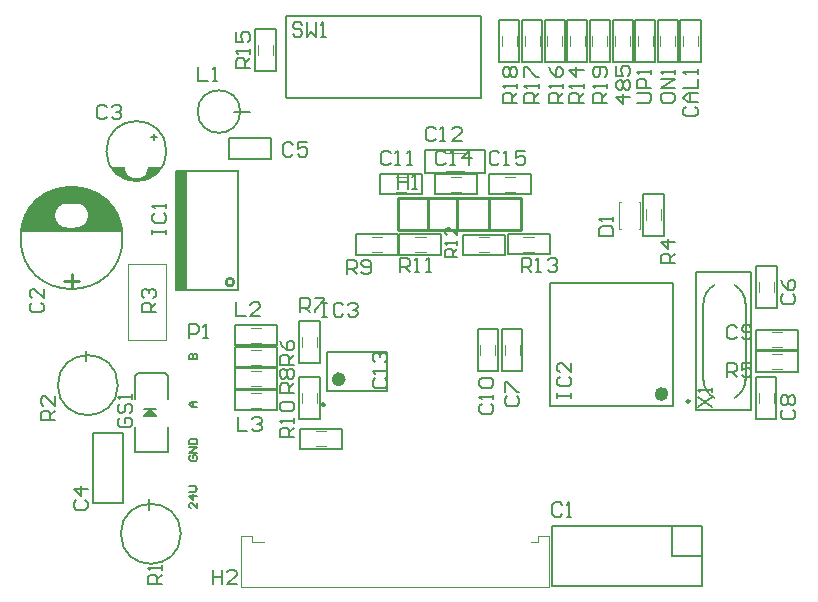
<source format=gto>
G04*
G04 #@! TF.GenerationSoftware,Altium Limited,Altium Designer,18.1.6 (161)*
G04*
G04 Layer_Color=65535*
%FSTAX24Y24*%
%MOIN*%
G70*
G01*
G75*
%ADD10C,0.0236*%
%ADD11C,0.0098*%
%ADD12C,0.0100*%
%ADD13C,0.0070*%
%ADD14C,0.0050*%
%ADD15C,0.0040*%
%ADD16C,0.0079*%
%ADD17C,0.0039*%
%ADD18C,0.0059*%
%ADD19C,0.0063*%
%ADD20R,0.0360X0.3990*%
G36*
X029338Y030988D02*
X028988Y031338D01*
Y031617D01*
X028989Y031634D01*
X028995Y031667D01*
X029008Y031698D01*
X029027Y031725D01*
X029038Y031738D01*
Y031738D01*
X029103Y031802D01*
X029111Y03181D01*
X029131Y031824D01*
X029153Y031833D01*
X029176Y031837D01*
X029188Y031838D01*
D01*
X029238Y031888D01*
X02925Y031899D01*
X029278Y031918D01*
X029309Y03193D01*
X029342Y031937D01*
X029359Y031938D01*
D01*
X029867D01*
X029884Y031937D01*
X029917Y03193D01*
X029948Y031918D01*
X029975Y031899D01*
X029988Y031888D01*
X029988Y031888D01*
X030103Y031773D01*
X03011Y031764D01*
X030124Y031745D01*
X030133Y031723D01*
X030137Y0317D01*
X030138Y031688D01*
X030149Y031675D01*
X030168Y031648D01*
X030181Y031617D01*
X030187Y031584D01*
X030188Y031567D01*
D01*
Y031429D01*
X030186Y031396D01*
X030173Y03133D01*
X030148Y031268D01*
X03011Y031213D01*
X030088Y031188D01*
Y031188D01*
X029973Y031073D01*
X029964Y031065D01*
X029945Y031052D01*
X029923Y031043D01*
X0299Y031038D01*
X029888Y031038D01*
D01*
Y030988D01*
X031288D01*
X031088Y031538D01*
X030788Y031938D01*
X030388Y032238D01*
X029788Y032438D01*
X029388D01*
X028888Y032288D01*
X028438Y031988D01*
X028138Y031638D01*
X027938Y031188D01*
X027888Y030988D01*
X029338D01*
D02*
G37*
G36*
X03259Y0331D02*
X03213D01*
X03211Y03298D01*
X03207Y03288D01*
X03202Y03281D01*
X03194Y03276D01*
X03185Y03273D01*
X03175Y03272D01*
X03165Y03273D01*
X03158Y03276D01*
X03151Y03281D01*
X03144Y03287D01*
X0314Y03293D01*
X03137Y03303D01*
Y0331D01*
X0309D01*
X03097Y03302D01*
X03106Y0329D01*
X03116Y03282D01*
X03131Y03273D01*
X03156Y03266D01*
X03184Y03264D01*
X03215Y03271D01*
X03235Y03283D01*
X03254Y033D01*
X03259Y0331D01*
D02*
G37*
D10*
X049372Y025537D02*
G03*
X049372Y025537I-000118J0D01*
G01*
X038609Y026025D02*
G03*
X038609Y026025I-000118J0D01*
G01*
D11*
X050189Y025291D02*
G03*
X050189Y025291I-000049J0D01*
G01*
X038026Y025179D02*
G03*
X038026Y025179I-000049J0D01*
G01*
D12*
X034995Y029267D02*
G03*
X034995Y029267I-00013J0D01*
G01*
X029438Y031938D02*
G03*
X028988Y031488I0J-00045D01*
G01*
X030188Y031438D02*
G03*
X029788Y031938I-00045J00005D01*
G01*
X029688Y031038D02*
G03*
X030188Y031438I00005J00045D01*
G01*
X028988Y031488D02*
G03*
X029438Y031038I00045J0D01*
G01*
X027938Y030988D02*
X031238D01*
X029338D02*
Y031038D01*
X029438Y031938D02*
X029788D01*
X029288Y031038D02*
X029788D01*
X029338Y029318D02*
X029838D01*
X029588Y029088D02*
Y029538D01*
X0435Y031019D02*
Y032069D01*
X04244Y031019D02*
Y032069D01*
X041477Y031019D02*
Y032069D01*
X040464Y031019D02*
Y032069D01*
Y031019D02*
X044564D01*
Y032069D01*
X040464D02*
X044564D01*
D13*
X03275Y033634D02*
G03*
X03275Y033634I-001J0D01*
G01*
X031288Y030738D02*
G03*
X031288Y030738I-0017J0D01*
G01*
X03113Y025831D02*
G03*
X03113Y025831I-001J0D01*
G01*
X03323Y020876D02*
G03*
X03323Y020876I-001J0D01*
G01*
X035209Y03495D02*
G03*
X035209Y03495I-000709J0D01*
G01*
X035145Y029228D02*
Y032988D01*
X035135Y032978D02*
X035145Y032988D01*
X033085Y032978D02*
X035135D01*
X033085Y028988D02*
Y032978D01*
Y028988D02*
X035135D01*
X035145Y028998D01*
Y029228D01*
X033315Y032968D02*
X033455Y032978D01*
X03225Y0341D02*
X03245D01*
X03235Y034D02*
Y0342D01*
X03008Y026631D02*
Y026981D01*
X03218Y021676D02*
Y022026D01*
X035Y03495D02*
X03555D01*
D14*
X051025Y02917D02*
G03*
X05065Y02855I000325J-00062D01*
G01*
X05205D02*
G03*
X051675Y02917I-0007J0D01*
G01*
X05065Y02602D02*
G03*
X051025Y0254I0007J0D01*
G01*
X051675D02*
G03*
X05205Y02602I-000325J00062D01*
G01*
X039074Y030184D02*
X040474D01*
Y030854D01*
X039074D02*
X040474D01*
X039074Y030184D02*
Y030854D01*
X040517Y030184D02*
X041917D01*
Y030854D01*
X040517D02*
X041917D01*
X040517Y030184D02*
Y030854D01*
X042632Y030174D02*
X044032D01*
Y030844D01*
X042632D02*
X044032D01*
X042632Y030174D02*
Y030844D01*
X044123Y030865D02*
X045523D01*
X044123Y030195D02*
Y030865D01*
Y030195D02*
X045523D01*
Y030865D01*
X0372Y02371D02*
Y02438D01*
X0386D01*
Y02371D02*
Y02438D01*
X0372Y02371D02*
X0386D01*
X037186Y024715D02*
Y026115D01*
Y024715D02*
X037856D01*
Y026115D01*
X037186D02*
X037856D01*
X035047Y025668D02*
X036447D01*
X035047Y024998D02*
Y025668D01*
Y024998D02*
X036447D01*
Y025668D01*
X035047Y026388D02*
X036447D01*
X035047Y025718D02*
Y026388D01*
Y025718D02*
X036447D01*
Y026388D01*
X035047Y027109D02*
X036447D01*
X035047Y026439D02*
Y027109D01*
Y026439D02*
X036447D01*
Y027109D01*
X03485Y033375D02*
X03485Y034075D01*
X03625Y033375D02*
Y034075D01*
X03485Y033375D02*
X03625Y033375D01*
X03485Y034075D02*
X03625D01*
X0303Y0219D02*
Y02425D01*
X0313D01*
Y0219D02*
Y02425D01*
X0303Y0219D02*
X0313D01*
X043942Y02629D02*
X044612D01*
X043942D02*
Y02769D01*
X044612D01*
Y02629D02*
Y02769D01*
X043121Y02629D02*
X043791D01*
X043121D02*
Y02769D01*
X043791D01*
Y02629D02*
Y02769D01*
X052403Y026285D02*
X053803D01*
Y026955D01*
X052403D02*
X053803D01*
X052403Y026285D02*
Y026955D01*
X05241Y0261D02*
X05308D01*
Y0247D02*
Y0261D01*
X05241Y0247D02*
X05308D01*
X05241D02*
Y0261D01*
X053803Y027014D02*
Y027684D01*
X052403Y027014D02*
X053803D01*
X052403D02*
Y027684D01*
X053803D01*
X05242Y028402D02*
X05309D01*
X05242D02*
Y029802D01*
X05309D01*
Y028402D02*
Y029802D01*
X052054Y026D02*
Y028554D01*
X05065Y026D02*
Y02855D01*
X0504Y025D02*
X05225Y025D01*
Y0296D01*
X0504Y0296D02*
X05225Y0296D01*
X0504Y025D02*
Y0296D01*
X049321Y030819D02*
Y032219D01*
X048651D02*
X049321D01*
X048651Y030819D02*
Y032219D01*
Y030819D02*
X049321D01*
X050556Y036597D02*
Y037997D01*
X049886D02*
X050556D01*
X049886Y036597D02*
Y037997D01*
Y036597D02*
X050556D01*
X049801D02*
Y037997D01*
X049131D02*
X049801D01*
X049131Y036597D02*
Y037997D01*
Y036597D02*
X049801D01*
X049046D02*
Y037997D01*
X048376D02*
X049046D01*
X048376Y036597D02*
Y037997D01*
Y036597D02*
X049046D01*
X047536D02*
Y037997D01*
X046866D02*
X047536D01*
X046866Y036597D02*
Y037997D01*
Y036597D02*
X047536D01*
X046111Y036597D02*
Y037997D01*
Y036597D02*
X046781D01*
Y037997D01*
X046111D02*
X046781D01*
X045356Y036597D02*
Y037997D01*
Y036597D02*
X046026D01*
Y037997D01*
X045356D02*
X046026D01*
X044601Y036597D02*
Y037997D01*
Y036597D02*
X045272D01*
Y037997D01*
X044601D02*
X045272D01*
X043847Y036597D02*
Y037997D01*
Y036597D02*
X044517D01*
Y037997D01*
X043847D02*
X044517D01*
X03639Y0363D02*
Y0377D01*
X03572D02*
X03639D01*
X03572Y0363D02*
Y0377D01*
Y0363D02*
X03639D01*
X048291Y036597D02*
Y037997D01*
X047621D02*
X048291D01*
X047621Y036597D02*
Y037997D01*
Y036597D02*
X048291D01*
X041377Y032902D02*
Y033672D01*
X043357D01*
Y032902D02*
Y033672D01*
X041377Y032902D02*
X043357D01*
X04127Y032201D02*
Y032871D01*
X03987Y032201D02*
X04127D01*
X03987D02*
Y032871D01*
X04127D01*
X044892Y032201D02*
Y032871D01*
X043492Y032201D02*
X044892D01*
X043492D02*
Y032871D01*
X044892D01*
X043106Y032201D02*
Y032871D01*
X041706Y032201D02*
X043106D01*
X041706D02*
Y032871D01*
X043106D01*
X037186Y02657D02*
Y02797D01*
Y02657D02*
X037856D01*
Y02797D01*
X037186D02*
X037856D01*
X035047Y027829D02*
X036447D01*
X035047Y027159D02*
Y027829D01*
Y027159D02*
X036447D01*
Y027829D01*
D15*
X039604Y030774D02*
X039944D01*
X039604Y030274D02*
X039944D01*
X041047Y030774D02*
X041387D01*
X041047Y030274D02*
X041387D01*
X043162Y030764D02*
X043502D01*
X043162Y030264D02*
X043502D01*
X044653Y030275D02*
X044993D01*
X044653Y030775D02*
X044993D01*
X03773Y0238D02*
X03807D01*
X03773Y0243D02*
X03807D01*
X037776Y025245D02*
Y025585D01*
X037276Y025245D02*
Y025585D01*
X035577Y025078D02*
X035917D01*
X035577Y025578D02*
X035917D01*
X035577Y025798D02*
X035917D01*
X035577Y026298D02*
X035917D01*
X035577Y026519D02*
X035917D01*
X035577Y027019D02*
X035917D01*
X044522Y02682D02*
Y02716D01*
X044022Y02682D02*
Y02716D01*
X043701Y02682D02*
Y02716D01*
X043201Y02682D02*
Y02716D01*
X052933Y026875D02*
X053273D01*
X052933Y026375D02*
X053273D01*
X0525Y02523D02*
Y02557D01*
X053Y02523D02*
Y02557D01*
X052933Y027594D02*
X053273D01*
X052933Y027094D02*
X053273D01*
X053Y028932D02*
Y029272D01*
X0525Y028932D02*
Y029272D01*
X048731Y031349D02*
Y031689D01*
X049231Y031349D02*
Y031689D01*
X048495Y031021D02*
X048545D01*
Y031921D01*
X048495D02*
X048545D01*
X047845Y031021D02*
X047895D01*
X047845D02*
Y031921D01*
X047895D01*
X049966Y037127D02*
Y037467D01*
X050466Y037127D02*
Y037467D01*
X049211Y037127D02*
Y037467D01*
X049711Y037127D02*
Y037467D01*
X048456Y037127D02*
Y037467D01*
X048956Y037127D02*
Y037467D01*
X046946Y037127D02*
Y037467D01*
X047446Y037127D02*
Y037467D01*
X046701Y037127D02*
Y037467D01*
X046201Y037127D02*
Y037467D01*
X045946Y037127D02*
Y037467D01*
X045446Y037127D02*
Y037467D01*
X045191Y037127D02*
Y037467D01*
X044692Y037127D02*
Y037467D01*
X044437Y037127D02*
Y037467D01*
X043937Y037127D02*
Y037467D01*
X0358Y03683D02*
Y03717D01*
X0363Y03683D02*
Y03717D01*
X047701Y037127D02*
Y037467D01*
X048201Y037127D02*
Y037467D01*
X042057Y032982D02*
X042677D01*
X042057Y033582D02*
X042677D01*
X0404Y032781D02*
X04074D01*
X0404Y032281D02*
X04074D01*
X044022Y032781D02*
X044362D01*
X044022Y032281D02*
X044362D01*
X042236Y032781D02*
X042576D01*
X042236Y032281D02*
X042576D01*
X037776Y0271D02*
Y02744D01*
X037276Y0271D02*
Y02744D01*
X035577Y027239D02*
X035917D01*
X035577Y027739D02*
X035917D01*
D16*
X045553Y029238D02*
X049647D01*
X045553Y025144D02*
X049647D01*
X045553D02*
Y029238D01*
X049647Y025144D02*
Y029238D01*
X032003Y025051D02*
X032397D01*
X032082Y024854D02*
X032318D01*
X032003Y024815D02*
X032397D01*
X0322Y025012D02*
X032397Y024815D01*
X032141Y024913D02*
X032259D01*
X032003Y024815D02*
X0322Y025012D01*
X0328Y025372D02*
Y02615D01*
X0317Y025372D02*
Y02615D01*
Y0236D02*
Y024428D01*
X0328Y0236D02*
Y024428D01*
X0318Y02625D02*
X0327D01*
X0317Y02615D02*
X0318Y02625D01*
X0327D02*
X0328Y02615D01*
X0317Y0236D02*
X0328D01*
X036754Y0354D02*
X04325D01*
Y038117D01*
X03675Y035433D02*
Y03815D01*
X043246D01*
X040105Y025632D02*
Y026951D01*
X038097Y025632D02*
Y026951D01*
X040105D01*
X038097Y025632D02*
X040105D01*
X0496Y02015D02*
Y02115D01*
Y02015D02*
X0506D01*
Y01915D02*
Y02115D01*
X0486Y01915D02*
X0506D01*
X0456D02*
X0486D01*
X0456D02*
Y02115D01*
X0506D01*
D17*
X03147Y02986D02*
X03273D01*
X03147Y02734D02*
Y02986D01*
Y02734D02*
X03273D01*
Y02986D01*
X0449Y0206D02*
X04515D01*
Y020797D02*
X0455D01*
Y0191D02*
Y020797D01*
X03525Y0191D02*
X0455D01*
X04515Y0206D02*
Y020797D01*
X0356Y020608D02*
Y020805D01*
X03525Y019108D02*
Y020805D01*
X0356D01*
Y020608D02*
X036D01*
D18*
X03351Y026699D02*
X033785D01*
Y026837D01*
X033739Y026883D01*
X033693D01*
X033647Y026837D01*
Y026699D01*
Y026837D01*
X033601Y026883D01*
X033555D01*
X03351Y026837D01*
Y026699D01*
X033785Y025099D02*
X033601D01*
X03351Y025191D01*
X033601Y025283D01*
X033785D01*
X033647D01*
Y025099D01*
X033555Y023493D02*
X03351Y023447D01*
Y023355D01*
X033555Y023309D01*
X033739D01*
X033785Y023355D01*
Y023447D01*
X033739Y023493D01*
X033647D01*
Y023401D01*
X033785Y023585D02*
X03351D01*
X033785Y023768D01*
X03351D01*
Y02386D02*
X033785D01*
Y023998D01*
X033739Y024044D01*
X033555D01*
X03351Y023998D01*
Y02386D01*
X033785Y021918D02*
Y021734D01*
X033601Y021918D01*
X033555D01*
X03351Y021872D01*
Y02178D01*
X033555Y021734D01*
X033785Y022148D02*
X03351D01*
X033647Y02201D01*
Y022193D01*
X03351Y022285D02*
X033693D01*
X033785Y022377D01*
X033693Y022469D01*
X03351D01*
D19*
X045935Y021844D02*
X045856Y021922D01*
X045699D01*
X04562Y021844D01*
Y021529D01*
X045699Y02145D01*
X045856D01*
X045935Y021529D01*
X046092Y02145D02*
X04625D01*
X046171D01*
Y021922D01*
X046092Y021844D01*
X050467Y025117D02*
X050939Y025432D01*
X050467D02*
X050939Y025117D01*
Y02559D02*
Y025747D01*
Y025668D01*
X050467D01*
X050546Y02559D01*
X048438Y03525D02*
X048831D01*
X04891Y035329D01*
Y035486D01*
X048831Y035565D01*
X048438D01*
X04891Y035722D02*
X048438D01*
Y035958D01*
X048516Y036037D01*
X048674D01*
X048752Y035958D01*
Y035722D01*
X04891Y036195D02*
Y036352D01*
Y036273D01*
X048438D01*
X048516Y036195D01*
X037268Y037844D02*
X03719Y037922D01*
X037032D01*
X036954Y037844D01*
Y037765D01*
X037032Y037686D01*
X03719D01*
X037268Y037607D01*
Y037529D01*
X03719Y03745D01*
X037032D01*
X036954Y037529D01*
X037426Y037922D02*
Y03745D01*
X037583Y037607D01*
X037741Y03745D01*
Y037922D01*
X037898Y03745D02*
X038056D01*
X037977D01*
Y037922D01*
X037898Y037844D01*
X04744Y03525D02*
X046968D01*
Y035486D01*
X047046Y035565D01*
X047204D01*
X047282Y035486D01*
Y03525D01*
Y035407D02*
X04744Y035565D01*
Y035722D02*
Y03588D01*
Y035801D01*
X046968D01*
X047046Y035722D01*
X047361Y036116D02*
X04744Y036195D01*
Y036352D01*
X047361Y036431D01*
X047046D01*
X046968Y036352D01*
Y036195D01*
X047046Y036116D01*
X047125D01*
X047204Y036195D01*
Y036431D01*
X044436Y03525D02*
X043964D01*
Y035486D01*
X044042Y035565D01*
X0442D01*
X044279Y035486D01*
Y03525D01*
Y035407D02*
X044436Y035565D01*
Y035722D02*
Y03588D01*
Y035801D01*
X043964D01*
X044042Y035722D01*
Y036116D02*
X043964Y036195D01*
Y036352D01*
X044042Y036431D01*
X044121D01*
X0442Y036352D01*
X044279Y036431D01*
X044357D01*
X044436Y036352D01*
Y036195D01*
X044357Y036116D01*
X044279D01*
X0442Y036195D01*
X044121Y036116D01*
X044042D01*
X0442Y036195D02*
Y036352D01*
X045159Y03525D02*
X044686D01*
Y035486D01*
X044765Y035565D01*
X044923D01*
X045001Y035486D01*
Y03525D01*
Y035407D02*
X045159Y035565D01*
Y035722D02*
Y03588D01*
Y035801D01*
X044686D01*
X044765Y035722D01*
X044686Y036116D02*
Y036431D01*
X044765D01*
X04508Y036116D01*
X045159D01*
X045961Y03525D02*
X045489D01*
Y035486D01*
X045568Y035565D01*
X045725D01*
X045804Y035486D01*
Y03525D01*
Y035407D02*
X045961Y035565D01*
Y035722D02*
Y03588D01*
Y035801D01*
X045489D01*
X045568Y035722D01*
X045489Y036431D02*
X045568Y036273D01*
X045725Y036116D01*
X045883D01*
X045961Y036195D01*
Y036352D01*
X045883Y036431D01*
X045804D01*
X045725Y036352D01*
Y036116D01*
X035541Y036406D02*
X035068D01*
Y036642D01*
X035147Y036721D01*
X035304D01*
X035383Y036642D01*
Y036406D01*
Y036563D02*
X035541Y036721D01*
Y036878D02*
Y037036D01*
Y036957D01*
X035068D01*
X035147Y036878D01*
X035068Y037587D02*
Y037272D01*
X035304D01*
X035226Y037429D01*
Y037508D01*
X035304Y037587D01*
X035462D01*
X035541Y037508D01*
Y03735D01*
X035462Y037272D01*
X046655Y03525D02*
X046183D01*
Y035486D01*
X046262Y035565D01*
X046419D01*
X046498Y035486D01*
Y03525D01*
Y035407D02*
X046655Y035565D01*
Y035722D02*
Y03588D01*
Y035801D01*
X046183D01*
X046262Y035722D01*
X046655Y036352D02*
X046183D01*
X046419Y036116D01*
Y036431D01*
X044601Y0296D02*
Y030072D01*
X044838D01*
X044916Y029994D01*
Y029836D01*
X044838Y029757D01*
X044601D01*
X044759D02*
X044916Y0296D01*
X045074D02*
X045231D01*
X045153D01*
Y030072D01*
X045074Y029994D01*
X045467D02*
X045546Y030072D01*
X045704D01*
X045782Y029994D01*
Y029915D01*
X045704Y029836D01*
X045625D01*
X045704D01*
X045782Y029757D01*
Y029679D01*
X045704Y0296D01*
X045546D01*
X045467Y029679D01*
X04244Y0301D02*
X042047D01*
Y030297D01*
X042112Y030362D01*
X042244D01*
X042309Y030297D01*
Y0301D01*
Y030231D02*
X04244Y030362D01*
Y030494D02*
Y030625D01*
Y030559D01*
X042047D01*
X042112Y030494D01*
X04244Y031084D02*
Y030822D01*
X042178Y031084D01*
X042112D01*
X042047Y031018D01*
Y030887D01*
X042112Y030822D01*
X04055Y0296D02*
Y030072D01*
X040786D01*
X040865Y029994D01*
Y029836D01*
X040786Y029757D01*
X04055D01*
X040707D02*
X040865Y0296D01*
X041022D02*
X04118D01*
X041101D01*
Y030072D01*
X041022Y029994D01*
X041416Y0296D02*
X041573D01*
X041495D01*
Y030072D01*
X041416Y029994D01*
X037Y0241D02*
X036528D01*
Y024336D01*
X036606Y024415D01*
X036764D01*
X036843Y024336D01*
Y0241D01*
Y024257D02*
X037Y024415D01*
Y024572D02*
Y02473D01*
Y024651D01*
X036528D01*
X036606Y024572D01*
Y024966D02*
X036528Y025045D01*
Y025202D01*
X036606Y025281D01*
X036921D01*
X037Y025202D01*
Y025045D01*
X036921Y024966D01*
X036606D01*
X038776Y029538D02*
Y03001D01*
X039012D01*
X03909Y029931D01*
Y029774D01*
X039012Y029695D01*
X038776D01*
X038933D02*
X03909Y029538D01*
X039248Y029617D02*
X039327Y029538D01*
X039484D01*
X039563Y029617D01*
Y029931D01*
X039484Y03001D01*
X039327D01*
X039248Y029931D01*
Y029853D01*
X039327Y029774D01*
X039563D01*
X037Y025578D02*
X036528D01*
Y025814D01*
X036606Y025893D01*
X036764D01*
X036843Y025814D01*
Y025578D01*
Y025735D02*
X037Y025893D01*
X036606Y02605D02*
X036528Y026129D01*
Y026286D01*
X036606Y026365D01*
X036685D01*
X036764Y026286D01*
X036843Y026365D01*
X036921D01*
X037Y026286D01*
Y026129D01*
X036921Y02605D01*
X036843D01*
X036764Y026129D01*
X036685Y02605D01*
X036606D01*
X036764Y026129D02*
Y026286D01*
X03722Y02826D02*
Y028732D01*
X037456D01*
X037535Y028654D01*
Y028496D01*
X037456Y028417D01*
X03722D01*
X037377D02*
X037535Y02826D01*
X037692Y028732D02*
X038007D01*
Y028654D01*
X037692Y028339D01*
Y02826D01*
X037Y026519D02*
X036528D01*
Y026755D01*
X036606Y026833D01*
X036764D01*
X036843Y026755D01*
Y026519D01*
Y026676D02*
X037Y026833D01*
X036528Y027306D02*
X036606Y027148D01*
X036764Y026991D01*
X036921D01*
X037Y02707D01*
Y027227D01*
X036921Y027306D01*
X036843D01*
X036764Y027227D01*
Y026991D01*
X05145Y0261D02*
Y026572D01*
X051686D01*
X051765Y026494D01*
Y026336D01*
X051686Y026257D01*
X05145D01*
X051607D02*
X051765Y0261D01*
X052237Y026572D02*
X051922D01*
Y026336D01*
X05208Y026415D01*
X052158D01*
X052237Y026336D01*
Y026179D01*
X052158Y0261D01*
X052001D01*
X051922Y026179D01*
X049694Y029904D02*
X049221D01*
Y03014D01*
X0493Y030219D01*
X049457D01*
X049536Y03014D01*
Y029904D01*
Y030062D02*
X049694Y030219D01*
Y030613D02*
X049221D01*
X049457Y030376D01*
Y030691D01*
X032397Y02826D02*
X031925D01*
Y028496D01*
X032003Y028575D01*
X032161D01*
X032239Y028496D01*
Y02826D01*
Y028417D02*
X032397Y028575D01*
X032003Y028732D02*
X031925Y028811D01*
Y028968D01*
X032003Y029047D01*
X032082D01*
X032161Y028968D01*
Y02889D01*
Y028968D01*
X032239Y029047D01*
X032318D01*
X032397Y028968D01*
Y028811D01*
X032318Y028732D01*
X029032Y02467D02*
X02856D01*
Y024906D01*
X028639Y024985D01*
X028796D01*
X028875Y024906D01*
Y02467D01*
Y024827D02*
X029032Y024985D01*
Y025457D02*
Y025142D01*
X028717Y025457D01*
X028639D01*
X02856Y025378D01*
Y025221D01*
X028639Y025142D01*
X0326Y0192D02*
X032128D01*
Y019436D01*
X032206Y019515D01*
X032364D01*
X032443Y019436D01*
Y0192D01*
Y019357D02*
X0326Y019515D01*
Y019672D02*
Y01983D01*
Y019751D01*
X032128D01*
X032206Y019672D01*
X03351Y02739D02*
Y027862D01*
X033746D01*
X033825Y027784D01*
Y027626D01*
X033746Y027547D01*
X03351D01*
X033982Y02739D02*
X03414D01*
X034061D01*
Y027862D01*
X033982Y027784D01*
X049226Y035486D02*
Y035329D01*
X049305Y03525D01*
X04962D01*
X049698Y035329D01*
Y035486D01*
X04962Y035565D01*
X049305D01*
X049226Y035486D01*
X049698Y035722D02*
X049226D01*
X049698Y036037D01*
X049226D01*
X049698Y036195D02*
Y036352D01*
Y036273D01*
X049226D01*
X049305Y036195D01*
X035135Y024772D02*
Y0243D01*
X03545D01*
X035607Y024694D02*
X035686Y024772D01*
X035843D01*
X035922Y024694D01*
Y024615D01*
X035843Y024536D01*
X035765D01*
X035843D01*
X035922Y024457D01*
Y024379D01*
X035843Y0243D01*
X035686D01*
X035607Y024379D01*
X03508Y028592D02*
Y02812D01*
X035395D01*
X035867D02*
X035552D01*
X035867Y028435D01*
Y028514D01*
X035788Y028592D01*
X035631D01*
X035552Y028514D01*
X03382Y036432D02*
Y03596D01*
X034135D01*
X034292D02*
X03445D01*
X034371D01*
Y036432D01*
X034292Y036354D01*
X03794Y028582D02*
X038097D01*
X038019D01*
Y02811D01*
X03794D01*
X038097D01*
X038648Y028504D02*
X03857Y028582D01*
X038412D01*
X038334Y028504D01*
Y028189D01*
X038412Y02811D01*
X03857D01*
X038648Y028189D01*
X038806Y028504D02*
X038885Y028582D01*
X039042D01*
X039121Y028504D01*
Y028425D01*
X039042Y028346D01*
X038963D01*
X039042D01*
X039121Y028267D01*
Y028189D01*
X039042Y02811D01*
X038885D01*
X038806Y028189D01*
X045778Y0254D02*
Y025557D01*
Y025479D01*
X04625D01*
Y0254D01*
Y025557D01*
X045856Y026108D02*
X045778Y02603D01*
Y025872D01*
X045856Y025794D01*
X046171D01*
X04625Y025872D01*
Y02603D01*
X046171Y026108D01*
X04625Y026581D02*
Y026266D01*
X045935Y026581D01*
X045856D01*
X045778Y026502D01*
Y026345D01*
X045856Y026266D01*
X032278Y030854D02*
Y031011D01*
Y030933D01*
X03275D01*
Y030854D01*
Y031011D01*
X032356Y031562D02*
X032278Y031484D01*
Y031326D01*
X032356Y031248D01*
X032671D01*
X03275Y031326D01*
Y031484D01*
X032671Y031562D01*
X03275Y03172D02*
Y031877D01*
Y031799D01*
X032278D01*
X032356Y03172D01*
X0343Y019672D02*
Y0192D01*
Y019436D01*
X034615D01*
Y019672D01*
Y0192D01*
X035087D02*
X034772D01*
X035087Y019515D01*
Y019594D01*
X035008Y019672D01*
X034851D01*
X034772Y019594D01*
X04048Y032852D02*
Y03238D01*
Y032616D01*
X040795D01*
Y032852D01*
Y03238D01*
X040952D02*
X04111D01*
X041031D01*
Y032852D01*
X040952Y032774D01*
X031206Y024742D02*
X031128Y024664D01*
Y024506D01*
X031206Y024428D01*
X031521D01*
X0316Y024506D01*
Y024664D01*
X031521Y024742D01*
X031364D01*
Y024585D01*
X031206Y025215D02*
X031128Y025136D01*
Y024979D01*
X031206Y0249D01*
X031285D01*
X031364Y024979D01*
Y025136D01*
X031443Y025215D01*
X031521D01*
X0316Y025136D01*
Y024979D01*
X031521Y0249D01*
X0316Y025372D02*
Y02553D01*
Y025451D01*
X031128D01*
X031206Y025372D01*
X047178Y030816D02*
X04765D01*
Y031052D01*
X047571Y031131D01*
X047256D01*
X047178Y031052D01*
Y030816D01*
X04765Y031288D02*
Y031446D01*
Y031367D01*
X047178D01*
X047256Y031288D01*
X050062Y035104D02*
X049983Y035026D01*
Y034868D01*
X050062Y034789D01*
X050377D01*
X050456Y034868D01*
Y035026D01*
X050377Y035104D01*
X050456Y035262D02*
X050141D01*
X049983Y035419D01*
X050141Y035577D01*
X050456D01*
X050219D01*
Y035262D01*
X049983Y035734D02*
X050456D01*
Y036049D01*
Y036206D02*
Y036364D01*
Y036285D01*
X049983D01*
X050062Y036206D01*
X043845Y033554D02*
X043766Y033632D01*
X043609D01*
X04353Y033554D01*
Y033239D01*
X043609Y03316D01*
X043766D01*
X043845Y033239D01*
X044002Y03316D02*
X04416D01*
X044081D01*
Y033632D01*
X044002Y033554D01*
X044711Y033632D02*
X044396D01*
Y033396D01*
X044553Y033475D01*
X044632D01*
X044711Y033396D01*
Y033239D01*
X044632Y03316D01*
X044475D01*
X044396Y033239D01*
X042055Y033554D02*
X041976Y033632D01*
X041819D01*
X04174Y033554D01*
Y033239D01*
X041819Y03316D01*
X041976D01*
X042055Y033239D01*
X042212Y03316D02*
X04237D01*
X042291D01*
Y033632D01*
X042212Y033554D01*
X042842Y03316D02*
Y033632D01*
X042606Y033396D01*
X042921D01*
X039712Y026053D02*
X039633Y025974D01*
Y025817D01*
X039712Y025738D01*
X040026D01*
X040105Y025817D01*
Y025974D01*
X040026Y026053D01*
X040105Y026211D02*
Y026368D01*
Y026289D01*
X039633D01*
X039712Y026211D01*
Y026604D02*
X039633Y026683D01*
Y02684D01*
X039712Y026919D01*
X03979D01*
X039869Y02684D01*
Y026762D01*
Y02684D01*
X039948Y026919D01*
X040026D01*
X040105Y02684D01*
Y026683D01*
X040026Y026604D01*
X041725Y034354D02*
X041646Y034432D01*
X041489D01*
X04141Y034354D01*
Y034039D01*
X041489Y03396D01*
X041646D01*
X041725Y034039D01*
X041882Y03396D02*
X04204D01*
X041961D01*
Y034432D01*
X041882Y034354D01*
X042591Y03396D02*
X042276D01*
X042591Y034275D01*
Y034354D01*
X042512Y034432D01*
X042355D01*
X042276Y034354D01*
X040225Y033554D02*
X040146Y033632D01*
X039989D01*
X03991Y033554D01*
Y033239D01*
X039989Y03316D01*
X040146D01*
X040225Y033239D01*
X040382Y03316D02*
X04054D01*
X040461D01*
Y033632D01*
X040382Y033554D01*
X040776Y03316D02*
X040933D01*
X040855D01*
Y033632D01*
X040776Y033554D01*
X043255Y025199D02*
X043176Y02512D01*
Y024963D01*
X043255Y024884D01*
X04357D01*
X043649Y024963D01*
Y02512D01*
X04357Y025199D01*
X043649Y025356D02*
Y025514D01*
Y025435D01*
X043176D01*
X043255Y025356D01*
Y02575D02*
X043176Y025828D01*
Y025986D01*
X043255Y026065D01*
X04357D01*
X043649Y025986D01*
Y025828D01*
X04357Y02575D01*
X043255D01*
X051765Y027751D02*
X051686Y02783D01*
X051529D01*
X05145Y027751D01*
Y027436D01*
X051529Y027357D01*
X051686D01*
X051765Y027436D01*
X051922D02*
X052001Y027357D01*
X052158D01*
X052237Y027436D01*
Y027751D01*
X052158Y02783D01*
X052001D01*
X051922Y027751D01*
Y027672D01*
X052001Y027594D01*
X052237D01*
X05332Y025015D02*
X053241Y024936D01*
Y024779D01*
X05332Y0247D01*
X053635D01*
X053713Y024779D01*
Y024936D01*
X053635Y025015D01*
X05332Y025172D02*
X053241Y025251D01*
Y025408D01*
X05332Y025487D01*
X053398D01*
X053477Y025408D01*
X053556Y025487D01*
X053635D01*
X053713Y025408D01*
Y025251D01*
X053635Y025172D01*
X053556D01*
X053477Y025251D01*
X053398Y025172D01*
X05332D01*
X053477Y025251D02*
Y025408D01*
X044106Y025459D02*
X044028Y02538D01*
Y025222D01*
X044106Y025144D01*
X044421D01*
X0445Y025222D01*
Y02538D01*
X044421Y025459D01*
X044028Y025616D02*
Y025931D01*
X044106D01*
X044421Y025616D01*
X0445D01*
X05332Y028861D02*
X053241Y028783D01*
Y028625D01*
X05332Y028547D01*
X053635D01*
X053713Y028625D01*
Y028783D01*
X053635Y028861D01*
X053241Y029334D02*
X05332Y029176D01*
X053477Y029019D01*
X053635D01*
X053713Y029097D01*
Y029255D01*
X053635Y029334D01*
X053556D01*
X053477Y029255D01*
Y029019D01*
X036965Y033844D02*
X036886Y033922D01*
X036729D01*
X03665Y033844D01*
Y033529D01*
X036729Y03345D01*
X036886D01*
X036965Y033529D01*
X037437Y033922D02*
X037122D01*
Y033686D01*
X03728Y033765D01*
X037358D01*
X037437Y033686D01*
Y033529D01*
X037358Y03345D01*
X037201D01*
X037122Y033529D01*
X029736Y02199D02*
X029658Y021912D01*
Y021754D01*
X029736Y021676D01*
X030051D01*
X03013Y021754D01*
Y021912D01*
X030051Y02199D01*
X03013Y022384D02*
X029658D01*
X029894Y022148D01*
Y022463D01*
X030765Y035094D02*
X030686Y035172D01*
X030529D01*
X03045Y035094D01*
Y034779D01*
X030529Y0347D01*
X030686D01*
X030765Y034779D01*
X030922Y035094D02*
X031001Y035172D01*
X031158D01*
X031237Y035094D01*
Y035015D01*
X031158Y034936D01*
X03108D01*
X031158D01*
X031237Y034857D01*
Y034779D01*
X031158Y0347D01*
X031001D01*
X030922Y034779D01*
X028269Y028575D02*
X028191Y028496D01*
Y028339D01*
X028269Y02826D01*
X028584D01*
X028663Y028339D01*
Y028496D01*
X028584Y028575D01*
X028663Y029047D02*
Y028732D01*
X028348Y029047D01*
X028269D01*
X028191Y028968D01*
Y028811D01*
X028269Y028732D01*
X04822Y035441D02*
X047747D01*
X047983Y035205D01*
Y03552D01*
X047826Y035677D02*
X047747Y035756D01*
Y035913D01*
X047826Y035992D01*
X047905D01*
X047983Y035913D01*
X048062Y035992D01*
X048141D01*
X04822Y035913D01*
Y035756D01*
X048141Y035677D01*
X048062D01*
X047983Y035756D01*
X047905Y035677D01*
X047826D01*
X047983Y035756D02*
Y035913D01*
X047747Y036464D02*
Y036149D01*
X047983D01*
X047905Y036307D01*
Y036385D01*
X047983Y036464D01*
X048141D01*
X04822Y036385D01*
Y036228D01*
X048141Y036149D01*
D20*
X033265Y030993D02*
D03*
M02*

</source>
